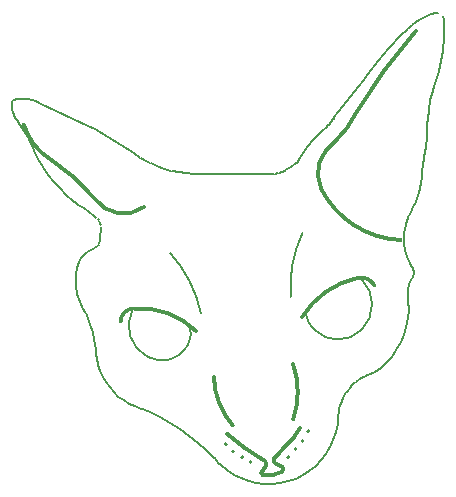
<source format=gto>
G04*
G04 #@! TF.GenerationSoftware,Altium Limited,Altium Designer,24.4.1 (13)*
G04*
G04 Layer_Color=65535*
%FSLAX44Y44*%
%MOMM*%
G71*
G04*
G04 #@! TF.SameCoordinates,0AE1F543-7B87-48E8-90D5-0DFDE8F72AC0*
G04*
G04*
G04 #@! TF.FilePolarity,Positive*
G04*
G01*
G75*
%ADD10C,0.3000*%
%ADD11C,0.1600*%
%ADD12C,0.1530*%
%ADD13C,0.2000*%
D10*
X13000Y308000D02*
G03*
X36000Y278000I50323J14765D01*
G01*
X241000Y58000D02*
G03*
X241000Y105000I-67000J23500D01*
G01*
X174000Y94000D02*
G03*
X190000Y53000I63779J1267D01*
G01*
X106000Y152000D02*
G03*
X95000Y141000I-0J-11000D01*
G01*
X158886Y132992D02*
G03*
X106000Y152000I-47503J-49092D01*
G01*
X309825Y171619D02*
G03*
X296000Y178000I-11368J-6462D01*
G01*
Y178000D02*
G03*
X248654Y144725I14981J-71638D01*
G01*
X73000Y245000D02*
G03*
X115000Y238000I24500J17500D01*
G01*
X73000Y245000D02*
G03*
X36000Y278000I-123533J-101264D01*
G01*
X345000Y387000D02*
G03*
X294000Y317000I348298J-307338D01*
G01*
X277000Y294000D02*
G03*
X294000Y317000I-54283J57905D01*
G01*
X277000Y294000D02*
G03*
X263000Y275000I25300J-33300D01*
G01*
D02*
G03*
X265000Y253000I32350J-8150D01*
G01*
X265000D02*
G03*
X332000Y210000I70726J36504D01*
G01*
X185000Y46000D02*
G03*
X200000Y34000I185480J216474D01*
G01*
X235000Y36000D02*
G03*
X247000Y51000I-32500J38300D01*
G01*
X235000Y36000D02*
G03*
X225000Y25000I55499J-60499D01*
G01*
X200000Y34000D02*
G03*
X217000Y23000I77246J100743D01*
G01*
X225000Y25000D02*
G03*
X226000Y21000I2500J-1500D01*
G01*
X218000Y19000D02*
G03*
X217000Y23000I-2500J1500D01*
G01*
X232000Y14000D02*
G03*
X232000Y18000I-1500J2000D01*
G01*
X214000Y13000D02*
G03*
X215000Y11000I1500J-500D01*
G01*
D02*
G03*
X232000Y14000I4500J24167D01*
G01*
X226000Y21000D02*
X232000Y18000D01*
X214000Y13000D02*
X218000Y19000D01*
D11*
X152000Y121000D02*
G03*
X154000Y137000I-23000J11000D01*
G01*
X299000Y134000D02*
G03*
X299000Y177000I-21500J21500D01*
G01*
X259000Y134000D02*
G03*
X299000Y134000I20000J20000D01*
G01*
X252000Y147000D02*
G03*
X259000Y134000I21700J3300D01*
G01*
X105000Y151000D02*
G03*
X118000Y111000I26500J-13500D01*
G01*
Y111000D02*
G03*
X152000Y121000I12000J22000D01*
G01*
X249000Y216000D02*
G03*
X239000Y162000I99048J-46268D01*
G01*
X163000Y148000D02*
G03*
X137000Y199000I-107715J-22786D01*
G01*
D12*
X250000Y40000D02*
G03*
X250000Y40000I-1000J0D01*
G01*
X244000Y33000D02*
G03*
X244000Y33000I-1000J0D01*
G01*
X238000Y26000D02*
G03*
X238000Y26000I-1000J0D01*
G01*
X206000Y22000D02*
G03*
X206000Y22000I-1000J0D01*
G01*
X199000Y26000D02*
G03*
X199000Y26000I-1000J0D01*
G01*
X191000Y31000D02*
G03*
X191000Y31000I-1000J0D01*
G01*
X185000Y37000D02*
G03*
X185000Y37000I-1000J0D01*
G01*
X255000Y48000D02*
G03*
X255000Y48000I-1000J0D01*
G01*
D13*
X369114Y390173D02*
X369214Y383935D01*
X368744Y377712D02*
X369214Y383935D01*
X367826Y399435D02*
X368443Y396377D01*
X369114Y390173D01*
X368226Y374636D02*
X368744Y377712D01*
X367730Y370044D02*
X368194Y374405D01*
X366286Y361391D02*
X367730Y370044D01*
X364331Y352839D02*
X366286Y361391D01*
X361759Y401927D02*
X363601Y402220D01*
X358140Y401037D02*
X361759Y401927D01*
X354607Y399848D02*
X358140Y401037D01*
X351185Y398368D02*
X354607Y399848D01*
X361873Y344419D02*
X364331Y352839D01*
X360396Y340288D02*
X361873Y344419D01*
X347899Y396608D02*
X351185Y398368D01*
X359182Y336353D02*
X360342Y340125D01*
X357214Y328502D02*
X359127Y336157D01*
X355793Y320465D02*
X357157Y328236D01*
X354946Y312347D02*
X355755Y320196D01*
X354735Y308203D02*
X354930Y312144D01*
X354580Y300310D02*
X354750Y305426D01*
X354731Y307985D02*
X354750Y305426D01*
X354201Y295206D02*
X354580Y300310D01*
X353615Y290121D02*
X354201Y295206D01*
X353236Y287702D02*
X353615Y290121D01*
X352671Y285095D02*
X353236Y287702D01*
X351650Y279502D02*
X352645Y284970D01*
X350872Y273827D02*
X351623Y279333D01*
X350348Y268122D02*
X350853Y273657D01*
X350180Y265235D02*
X350339Y267994D01*
X344771Y394579D02*
X347899Y396608D01*
X341824Y392297D02*
X344771Y394579D01*
X339077Y389776D02*
X341824Y392297D01*
X337814Y388406D02*
X339077Y389776D01*
X332439Y383271D02*
X337641Y388230D01*
X322527Y372860D02*
X332439Y383271D01*
X313131Y361981D02*
X322527Y372860D01*
X304274Y350659D02*
X313131Y361981D01*
X300125Y344790D02*
X304274Y350659D01*
X276092Y313742D02*
X300026Y344657D01*
X275298Y312587D02*
X276092Y313742D01*
X273337Y310028D02*
X275178Y312422D01*
X271157Y307562D02*
X273164Y309819D01*
X268809Y305257D02*
X270970Y307366D01*
X267524Y304123D02*
X268659Y305118D01*
X350037Y263053D02*
X350180Y265235D01*
X349488Y258685D02*
X350037Y263053D01*
X348679Y254358D02*
X349488Y258685D01*
X347612Y250086D02*
X348679Y254358D01*
X346292Y245887D02*
X347612Y250086D01*
X344723Y241773D02*
X346292Y245887D01*
X342912Y237761D02*
X344723Y241773D01*
X264352Y301355D02*
X267516Y304116D01*
X258508Y295325D02*
X264352Y301355D01*
X253189Y288825D02*
X258508Y295325D01*
X248434Y281904D02*
X253189Y288825D01*
X246354Y278256D02*
X248434Y281904D01*
X244093Y275622D02*
X245867Y277583D01*
X239660Y271863D02*
X243712Y275256D01*
X340863Y233864D02*
X342912Y237761D01*
X339858Y190534D02*
X341109Y188254D01*
X339725Y231980D02*
X340863Y233864D01*
X338438Y229224D02*
X339518Y231590D01*
X342913Y184895D02*
X343161Y183632D01*
X343210Y182345D01*
X341845Y187230D02*
X342470Y186105D01*
X342913Y184895D01*
X336594Y223985D02*
X338306Y228894D01*
X335376Y218445D02*
X336466Y223528D01*
X334852Y212796D02*
X335305Y217976D01*
X334840Y212322D02*
X335030Y207127D01*
X336014Y201060D02*
X337474Y196070D01*
X337635Y195624D02*
X339701Y190854D01*
X335077Y206655D02*
X335909Y201523D01*
X343058Y181066D02*
X343210Y182345D01*
X342709Y179827D02*
X343058Y181066D01*
X342171Y178657D02*
X342709Y179827D01*
X340783Y176498D02*
X341768Y178050D01*
X339034Y172622D02*
X340510Y175985D01*
X338651Y157978D02*
X338798Y150840D01*
X338207Y161486D02*
X338651Y157978D01*
X338027Y168295D02*
X338797Y171886D01*
X338195Y143725D02*
X338798Y150840D01*
X337910Y163853D02*
X337942Y167526D01*
X337949Y163274D02*
X338207Y161486D01*
X336850Y136714D02*
X338195Y143725D01*
X334776Y129882D02*
X336850Y136714D01*
X331996Y123305D02*
X334776Y129882D01*
X328542Y117057D02*
X331996Y123305D01*
X324452Y111205D02*
X328542Y117057D01*
X322111Y108510D02*
X324452Y111205D01*
X320065Y106098D02*
X322081Y108475D01*
X315434Y101928D02*
X320065Y106098D01*
X310285Y98418D02*
X315434Y101928D01*
X304711Y95629D02*
X310285Y98418D01*
X301763Y94622D02*
X304711Y95629D01*
X298871Y93095D02*
X301153Y94352D01*
X294256Y89895D02*
X298524Y92879D01*
X290030Y85994D02*
X293833Y89553D01*
X286400Y81534D02*
X289661Y85596D01*
X283438Y76604D02*
X286091Y81087D01*
X281204Y71305D02*
X283195Y76118D01*
X279744Y65743D02*
X281033Y70789D01*
X279086Y60030D02*
X279647Y65208D01*
X279060Y57206D02*
X279064Y59623D01*
X278741Y54034D02*
X279060Y57206D01*
X277338Y47425D02*
X278741Y54034D01*
X275226Y41008D02*
X277338Y47425D01*
X272431Y34858D02*
X275226Y41008D01*
X270715Y31964D02*
X272431Y34858D01*
X268977Y29076D02*
X270715Y31964D01*
X264849Y23719D02*
X268977Y29076D01*
X260134Y18869D02*
X264849Y23719D01*
X254895Y14592D02*
X260134Y18869D01*
X249201Y10943D02*
X254895Y14592D01*
X243126Y7971D02*
X249201Y10943D01*
X236750Y5713D02*
X243126Y7971D01*
X126103Y272385D02*
X131799Y270302D01*
X234477Y268870D02*
X239081Y271463D01*
X114736Y278039D02*
X120056Y275127D01*
X120313Y274998D02*
X125837Y272494D01*
X228832Y266878D02*
X233834Y268583D01*
X144415Y267243D02*
X150432Y266486D01*
X132072Y270214D02*
X137908Y268564D01*
X138188Y268496D02*
X144131Y267290D01*
X73035Y303624D02*
X84400Y297305D01*
X95551Y290614D01*
X27804Y325451D02*
X67300Y306570D01*
X73035Y303624D01*
X106476Y283560D02*
X111819Y279855D01*
X111976Y279751D02*
X114550Y278148D01*
X95551Y290614D02*
X106476Y283560D01*
X225724Y266242D02*
X228321Y266742D01*
X160012Y266173D02*
X225000Y266173D01*
X150719Y266461D02*
X156776Y266158D01*
X156992Y266153D02*
X160012Y266173D01*
X75563Y227827D02*
X76421Y226697D01*
X76848Y225988D02*
X77443Y224701D01*
X72306Y230618D02*
X74356Y229016D01*
X54350Y243353D02*
X57206Y241133D01*
X59249Y239834D01*
X43289Y253753D02*
X48657Y248380D01*
X54350Y243353D01*
X63737Y236849D02*
X67989Y233847D01*
X68075Y233785D02*
X72242Y230667D01*
X59316Y239791D02*
X63650Y236909D01*
X13097Y329375D02*
X14524Y329202D01*
X16236Y328982D01*
X7296Y329216D02*
X10192Y329439D01*
X13097Y329375D01*
X22990Y327338D02*
X26258Y326147D01*
X27804Y325451D01*
X16236Y328982D02*
X19643Y328285D01*
X22990Y327338D01*
X4435Y328709D02*
X7296Y329216D01*
X3564Y328464D02*
X4435Y328709D01*
X3115Y325420D02*
X3422Y327884D01*
X3094Y322937D02*
X3115Y325420D01*
X3360Y320469D02*
X3911Y318048D01*
X4737Y315706D01*
X3094Y322937D02*
X3360Y320469D01*
X22022Y285038D02*
X25474Y278273D01*
X29343Y271736D01*
X19221Y291346D02*
X20481Y288592D01*
X20511Y288523D02*
X22022Y285038D01*
X33613Y265455D02*
X38268Y259453D01*
X43289Y253753D01*
X29343Y271736D02*
X33613Y265455D01*
X7171Y311388D02*
X7959Y310428D01*
X8138Y310191D02*
X9872Y307707D01*
X4737Y315706D02*
X5829Y313476D01*
X7171Y311388D01*
X13328Y302318D02*
X16333Y297060D01*
X16427Y296886D02*
X19157Y291479D01*
X9954Y307584D02*
X13226Y302487D01*
X112231Y67344D02*
X114872Y66727D01*
X115603Y66475D02*
X119902Y64492D01*
X102188Y71407D02*
X107105Y69117D01*
X112231Y67344D01*
X137018Y55217D02*
X144971Y50080D01*
X145133Y49969D02*
X152811Y44431D01*
X120035Y64428D02*
X128472Y60134D01*
X128645Y60041D02*
X136850Y55319D01*
X82466Y89599D02*
X85616Y85184D01*
X89203Y81116D01*
X77608Y99282D02*
X79787Y94316D01*
X82466Y89599D01*
X93189Y77438D02*
X97533Y74190D01*
X102188Y71407D01*
X89203Y81116D02*
X93189Y77438D01*
X203378Y5852D02*
X209957Y4285D01*
X230158Y4201D02*
X236750Y5713D01*
X190971Y11185D02*
X197021Y8162D01*
X203378Y5852D01*
X223436Y3455D02*
X230158Y4201D01*
X216672Y3483D02*
X223436Y3455D01*
X209957Y4285D02*
X216672Y3483D01*
X167714Y31828D02*
X174451Y25177D01*
X174554Y25071D02*
X177780Y21630D01*
X152968Y44312D02*
X160351Y38386D01*
X160501Y38259D02*
X167571Y31963D01*
X180103Y19201D02*
X185307Y14880D01*
X190971Y11185D01*
X177780Y21630D02*
X180103Y19201D01*
X77707Y223917D02*
X78012Y222532D01*
X77825Y210881D02*
X78138Y220881D01*
X77708Y209721D02*
X77804Y210573D01*
X76905Y207221D02*
X77496Y208825D01*
X75234Y204818D02*
X76302Y206153D01*
X72890Y203067D02*
X74325Y203995D01*
X69708Y201752D02*
X71345Y202415D01*
X66516Y199823D02*
X69708Y201752D01*
X63668Y197414D02*
X66516Y199823D01*
X61237Y194585D02*
X63668Y197414D01*
X60458Y193317D02*
X61237Y194585D01*
X59711Y191301D02*
X60458Y193317D01*
X58356Y186433D02*
X59711Y191301D01*
X57410Y181469D02*
X58356Y186433D01*
X56881Y176443D02*
X57410Y181469D01*
X72680Y126098D02*
X74105Y117162D01*
X74136Y116914D02*
X74554Y112430D01*
X67370Y144076D02*
X70321Y135522D01*
X70416Y135202D02*
X72613Y126424D01*
X74834Y109754D02*
X75951Y104447D01*
X77608Y99282D01*
X74554Y112430D02*
X74834Y109754D01*
X57007Y170867D02*
X58264Y164286D01*
X60382Y157930D01*
X56830Y174065D02*
X56881Y176443D01*
X56830Y174065D02*
X57007Y170867D01*
X63326Y151911D02*
X65185Y149123D01*
X65529Y148482D02*
X67281Y144309D01*
X60382Y157930D02*
X63326Y151911D01*
M02*

</source>
